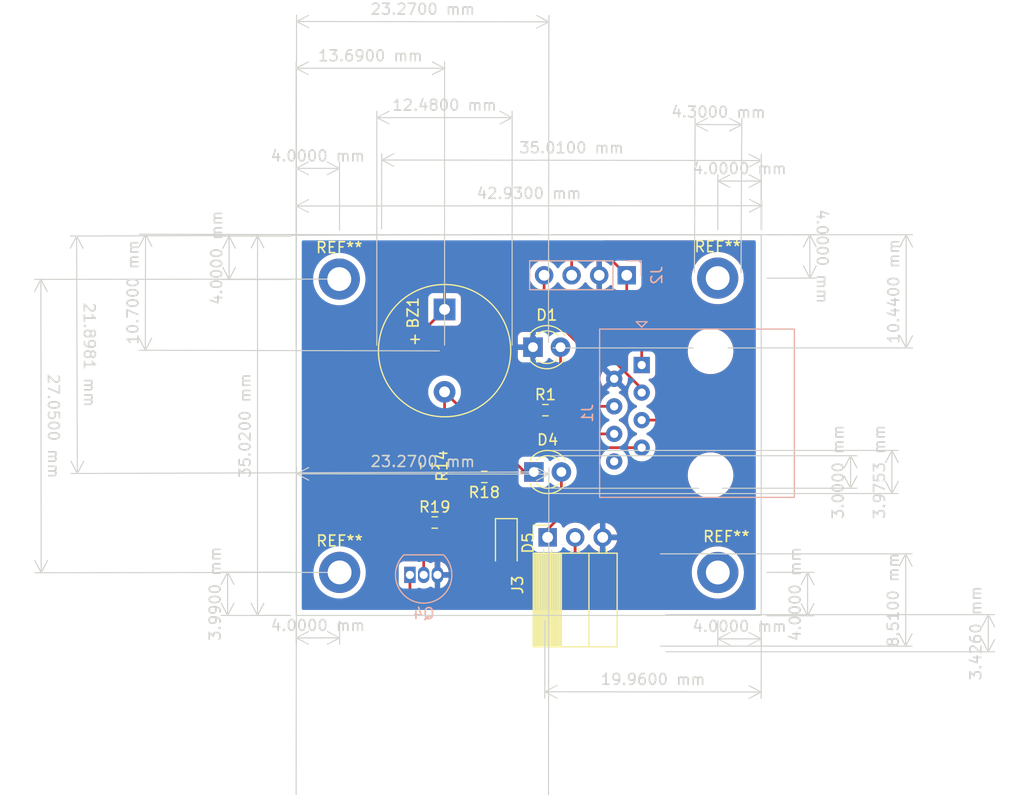
<source format=kicad_pcb>
(kicad_pcb (version 20211014) (generator pcbnew)
  (layers (0 "F.Cu" signal) (31 "B.Cu" signal) (34 "B.Paste" user) (35 "F.Paste" user) (36 "B.SilkS" user "B.Silkscreen") (37 "F.SilkS" user "F.Silkscreen") (38 "B.Mask" user) (39 "F.Mask" user) (44 "Edge.Cuts" user))
  (net 0 "")
  (net 1 "GND")
  (net 2 "+3.3V")
  (net 3 "Net-(BZ1-Pad2)")
  (net 4 "Botones")
  (net 5 "Led_Verde")
  (net 6 "Buzzer")
  (net 8 "Net-(D4-Pad2)")
  (net 9 "Net-(D1-Pad2)")
  (net 10 "SCL")
  (net 11 "SDA")
  (net 12 "Net-(Q4-Pad2)")
  (footprint "Diode_SMD:D_SOD-123" (layer "F.Cu") (at 56.134 63.5 -90)
    (fp_text reference "D5" (at 0 -2 -270) (layer "F.SilkS"))
    (fp_text value "1N4148W")
    (fp_line (start -2.25 -1) (end -2.25 1) (layer "F.SilkS") (width 0.12))
    (fp_line (start -2.25 -1) (end 1.65 -1) (layer "F.SilkS") (width 0.12))
    (fp_line (start -2.25 1) (end 1.65 1) (layer "F.SilkS") (width 0.12))
    (pad "1" smd rect (at -1.65 0 270) (size 0.9 1.2) (layers "F.Cu" "F.Paste" "F.Mask") (net 2 "+3.3V"))
    (pad "2" smd rect (at 1.65 0 270) (size 0.9 1.2) (layers "F.Cu" "F.Paste" "F.Mask") (net 3 "Net-(BZ1-Pad2)"))
  )
  (footprint "Resistor_SMD:R_0603_1608Metric_Pad0.98x0.95mm_HandSolder" (layer "F.Cu") (at 48.768 56.388 -90)
    (fp_text reference "R14" (at 0 -1.43 -270) (layer "F.SilkS"))
    (fp_text value "1.2k")
    (fp_line (start -0.254724 -0.5225) (end 0.254724 -0.5225) (layer "F.SilkS") (width 0.12))
    (fp_line (start -0.254724 0.5225) (end 0.254724 0.5225) (layer "F.SilkS") (width 0.12))
    (pad "1" smd roundrect (at -0.9125 0 270) (size 0.975 0.95) (layers "F.Cu" "F.Paste" "F.Mask") (net 6 "Buzzer"))
    (pad "2" smd roundrect (at 0.9125 0 270) (size 0.975 0.95) (layers "F.Cu" "F.Paste" "F.Mask") (net 12 "Net-(Q4-Pad2)"))
  )
  (footprint "LIB:Buzzer_12x9.5RM7.6" (layer "F.Cu") (at 50.44 41.96 -90)
    (fp_text reference "BZ1" (at 0.31 2.91 90) (layer "F.SilkS"))
    (fp_text value "Buzzer")
    (fp_text user "+" (at 2.76 2.79 90) (layer "F.SilkS"))
    (fp_circle (center 3.8 0) (end 9.9 0) (layer "F.SilkS") (width 0.12) (fill none))
    (pad "1" thru_hole rect locked (at 0 0 270) (size 2 2) (drill 1) (layers *.Cu *.Mask) (net 2 "+3.3V"))
    (pad "2" thru_hole circle locked (at 7.6 0 270) (size 2 2) (drill 1) (layers *.Cu *.Mask) (net 3 "Net-(BZ1-Pad2)"))
  )
  (footprint "Connector_PinSocket_2.54mm:PinSocket_1x03_P2.54mm_Horizontal" (layer "F.Cu") (at 59.944 62.98 90)
    (fp_text reference "J3" (at -4.38 -2.77 90) (layer "F.SilkS"))
    (fp_text value "Conn_01x03_Female")
    (fp_line (start -10.09 -1.33) (end -1.46 -1.33) (layer "F.SilkS") (width 0.12))
    (fp_line (start -10.09 -0.97381) (end -1.46 -0.97381) (layer "F.SilkS") (width 0.12))
    (fp_line (start -1.46 0.36) (end -1.11 0.36) (layer "F.SilkS") (width 0.12))
    (fp_line (start -10.09 -0.147145) (end -1.46 -0.147145) (layer "F.SilkS") (width 0.12))
    (fp_line (start -1.46 2.9) (end -1.05 2.9) (layer "F.SilkS") (width 0.12))
    (fp_line (start -10.09 -1.33) (end -10.09 6.41) (layer "F.SilkS") (width 0.12))
    (fp_line (start -10.09 0.91571) (end -1.46 0.91571) (layer "F.SilkS") (width 0.12))
    (fp_line (start -10.09 -1.091905) (end -1.46 -1.091905) (layer "F.SilkS") (width 0.12))
    (fp_line (start -10.09 -1.21) (end -1.46 -1.21) (layer "F.SilkS") (width 0.12))
    (fp_line (start -1.46 4.72) (end -1.05 4.72) (layer "F.SilkS") (width 0.12))
    (fp_line (start -10.09 6.41) (end -1.46 6.41) (layer "F.SilkS") (width 0.12))
    (fp_line (start -10.09 1.033805) (end -1.46 1.033805) (layer "F.SilkS") (width 0.12))
    (fp_line (start -10.09 -0.26524) (end -1.46 -0.26524) (layer "F.SilkS") (width 0.12))
    (fp_line (start -10.09 3.81) (end -1.46 3.81) (layer "F.SilkS") (width 0.12))
    (fp_line (start -10.09 1.27) (end -1.46 1.27) (layer "F.SilkS") (width 0.12))
    (fp_line (start -1.46 -0.36) (end -1.11 -0.36) (layer "F.SilkS") (width 0.12))
    (fp_line (start -10.09 0.44333) (end -1.46 0.44333) (layer "F.SilkS") (width 0.12))
    (fp_line (start -10.09 0.561425) (end -1.46 0.561425) (layer "F.SilkS") (width 0.12))
    (fp_line (start -10.09 -0.02905) (end -1.46 -0.02905) (layer "F.SilkS") (width 0.12))
    (fp_line (start -10.09 -0.855715) (end -1.46 -0.855715) (layer "F.SilkS") (width 0.12))
    (fp_line (start -10.09 0.089045) (end -1.46 0.089045) (layer "F.SilkS") (width 0.12))
    (fp_line (start -10.09 -0.619525) (end -1.46 -0.619525) (layer "F.SilkS") (width 0.12))
    (fp_line (start -10.09 -0.50143) (end -1.46 -0.50143) (layer "F.SilkS") (width 0.12))
    (fp_line (start -1.46 2.18) (end -1.05 2.18) (layer "F.SilkS") (width 0.12))
    (fp_line (start -10.09 -0.73762) (end -1.46 -0.73762) (layer "F.SilkS") (width 0.12))
    (fp_line (start -1.46 5.44) (end -1.05 5.44) (layer "F.SilkS") (width 0.12))
    (fp_line (start -10.09 0.20714) (end -1.46 0.20714) (layer "F.SilkS") (width 0.12))
    (fp_line (start 1.11 -1.33) (end 1.11 0) (layer "F.SilkS") (width 0.12))
    (fp_line (start -10.09 0.325235) (end -1.46 0.325235) (layer "F.SilkS") (width 0.12))
    (fp_line (start -10.09 -0.383335) (end -1.46 -0.383335) (layer "F.SilkS") (width 0.12))
    (fp_line (start -10.09 0.67952) (end -1.46 0.67952) (layer "F.SilkS") (width 0.12))
    (fp_line (start 0 -1.33) (end 1.11 -1.33) (layer "F.SilkS") (width 0.12))
    (fp_line (start -10.09 0.797615) (end -1.46 0.797615) (layer "F.SilkS") (width 0.12))
    (fp_line (start -1.46 -1.33) (end -1.46 6.41) (layer "F.SilkS") (width 0.12))
    (fp_line (start -10.09 1.1519) (end -1.46 1.1519) (layer "F.SilkS") (width 0.12))
    (pad "1" thru_hole rect (at 0 0 90) (size 1.7 1.7) (drill 1) (layers *.Cu *.Mask) (net 4 "Botones"))
    (pad "2" thru_hole oval (at 0 2.54 90) (size 1.7 1.7) (drill 1) (layers *.Cu *.Mask) (net 2 "+3.3V"))
    (pad "3" thru_hole oval (at 0 5.08 90) (size 1.7 1.7) (drill 1) (layers *.Cu *.Mask) (net 1 "GND"))
  )
  (footprint "Resistor_SMD:R_0603_1608Metric_Pad0.98x0.95mm_HandSolder" (layer "F.Cu") (at 49.5325 61.61)
    (fp_text reference "R19" (at 0 -1.43) (layer "F.SilkS"))
    (fp_text value "100k")
    (fp_line (start -0.254724 0.5225) (end 0.254724 0.5225) (layer "F.SilkS") (width 0.12))
    (fp_line (start -0.254724 -0.5225) (end 0.254724 -0.5225) (layer "F.SilkS") (width 0.12))
    (pad "1" smd roundrect (at -0.9125 0) (size 0.975 0.95) (layers "F.Cu" "F.Paste" "F.Mask") (net 12 "Net-(Q4-Pad2)"))
    (pad "2" smd roundrect (at 0.9125 0) (size 0.975 0.95) (layers "F.Cu" "F.Paste" "F.Mask") (net 1 "GND"))
  )
  (footprint "MountingHole:MountingHole_2.2mm_M2_ISO14580_Pad" (layer "F.Cu") (at 40.76 66.21)
    (fp_text reference "REF**" (at 0 -2.9) (layer "F.SilkS"))
    (fp_text value "MountingHole_2.2mm_M2_ISO14580_Pad")
    (pad "1" thru_hole circle (at 0 0) (size 3.8 3.8) (drill 2.2) (layers *.Cu *.Mask))
  )
  (footprint "Resistor_SMD:R_0603_1608Metric_Pad0.98x0.95mm_HandSolder" (layer "F.Cu") (at 54.102 57.404 180)
    (fp_text reference "R18" (at 0 -1.43) (layer "F.SilkS"))
    (fp_text value "1.8k")
    (fp_line (start -0.254724 -0.5225) (end 0.254724 -0.5225) (layer "F.SilkS") (width 0.12))
    (fp_line (start -0.254724 0.5225) (end 0.254724 0.5225) (layer "F.SilkS") (width 0.12))
    (pad "1" smd roundrect (at -0.9125 0 180) (size 0.975 0.95) (layers "F.Cu" "F.Paste" "F.Mask") (net 8 "Net-(D4-Pad2)"))
    (pad "2" smd roundrect (at 0.9125 0 180) (size 0.975 0.95) (layers "F.Cu" "F.Paste" "F.Mask") (net 2 "+3.3V"))
  )
  (footprint "MountingHole:MountingHole_2.2mm_M2_ISO14580_Pad" (layer "F.Cu") (at 40.73 39.16)
    (fp_text reference "REF**" (at 0 -2.9) (layer "F.SilkS"))
    (fp_text value "MountingHole_2.2mm_M2_ISO14580_Pad")
    (pad "1" thru_hole circle (at 0 0) (size 3.8 3.8) (drill 2.2) (layers *.Cu *.Mask))
  )
  (footprint "Resistor_SMD:R_0603_1608Metric_Pad0.98x0.95mm_HandSolder" (layer "F.Cu") (at 59.7425 51.25)
    (fp_text reference "R1" (at 0 -1.43) (layer "F.SilkS"))
    (fp_text value "R")
    (fp_line (start -0.254724 0.5225) (end 0.254724 0.5225) (layer "F.SilkS") (width 0.12))
    (fp_line (start -0.254724 -0.5225) (end 0.254724 -0.5225) (layer "F.SilkS") (width 0.12))
    (pad "1" smd roundrect (at -0.9125 0) (size 0.975 0.95) (layers "F.Cu" "F.Paste" "F.Mask") (net 5 "Led_Verde"))
    (pad "2" smd roundrect (at 0.9125 0) (size 0.975 0.95) (layers "F.Cu" "F.Paste" "F.Mask") (net 9 "Net-(D1-Pad2)"))
  )
  (footprint "LED_THT:LED_D3.0mm" (layer "F.Cu") (at 58.595 45.44)
    (fp_text reference "D1" (at 1.27 -2.96) (layer "F.SilkS"))
    (fp_text value "LED")
    (fp_line (start -0.29 1.08) (end -0.29 1.236) (layer "F.SilkS") (width 0.12))
    (fp_line (start -0.29 -1.236) (end -0.29 -1.08) (layer "F.SilkS") (width 0.12))
    (fp_arc (start 0.229039 -1.08) (mid 1.270117 -1.5) (end 2.31113 -1.079837) (layer "F.SilkS") (width 0.12))
    (fp_arc (start -0.29 -1.235516) (mid 1.366487 -1.987659) (end 2.942335 -1.078608) (layer "F.SilkS") (width 0.12))
    (fp_arc (start 2.942335 1.078608) (mid 1.366487 1.987659) (end -0.29 1.235516) (layer "F.SilkS") (width 0.12))
    (fp_arc (start 2.31113 1.079837) (mid 1.270117 1.5) (end 0.229039 1.08) (layer "F.SilkS") (width 0.12))
    (pad "1" thru_hole rect (at 0 0) (size 1.8 1.8) (drill 0.9) (layers *.Cu *.Mask) (net 1 "GND"))
    (pad "2" thru_hole circle (at 2.54 0) (size 1.8 1.8) (drill 0.9) (layers *.Cu *.Mask) (net 9 "Net-(D1-Pad2)"))
  )
  (footprint "MountingHole:MountingHole_2.2mm_M2_ISO14580_Pad" (layer "F.Cu") (at 75.63 39.07)
    (fp_text reference "REF**" (at 0 -2.9) (layer "F.SilkS"))
    (fp_text value "MountingHole_2.2mm_M2_ISO14580_Pad")
    (pad "1" thru_hole circle (at 0 0) (size 3.8 3.8) (drill 2.2) (layers *.Cu *.Mask))
  )
  (footprint "LED_THT:LED_D3.0mm" (layer "F.Cu") (at 58.674 56.95)
    (fp_text reference "D4" (at 1.27 -2.96) (layer "F.SilkS"))
    (fp_text value "LED")
    (fp_line (start -0.29 -1.236) (end -0.29 -1.08) (layer "F.SilkS") (width 0.12))
    (fp_line (start -0.29 1.08) (end -0.29 1.236) (layer "F.SilkS") (width 0.12))
    (fp_arc (start 2.942335 1.078608) (mid 1.366487 1.987659) (end -0.29 1.235516) (layer "F.SilkS") (width 0.12))
    (fp_arc (start 2.31113 1.079837) (mid 1.270117 1.5) (end 0.229039 1.08) (layer "F.SilkS") (width 0.12))
    (fp_arc (start 0.229039 -1.08) (mid 1.270117 -1.5) (end 2.31113 -1.079837) (layer "F.SilkS") (width 0.12))
    (fp_arc (start -0.29 -1.235516) (mid 1.366487 -1.987659) (end 2.942335 -1.078608) (layer "F.SilkS") (width 0.12))
    (pad "1" thru_hole rect (at 0 0) (size 1.8 1.8) (drill 0.9) (layers *.Cu *.Mask) (net 3 "Net-(BZ1-Pad2)"))
    (pad "2" thru_hole circle (at 2.54 0) (size 1.8 1.8) (drill 0.9) (layers *.Cu *.Mask) (net 8 "Net-(D4-Pad2)"))
  )
  (footprint "MountingHole:MountingHole_2.2mm_M2_ISO14580_Pad" (layer "F.Cu") (at 75.64 66.22)
    (fp_text reference "REF**" (at 0.79 -3.31) (layer "F.SilkS"))
    (fp_text value "MountingHole_2.2mm_M2_ISO14580_Pad")
    (pad "1" thru_hole circle (at 0 0) (size 3.8 3.8) (drill 2.2) (layers *.Cu *.Mask))
  )
  (footprint "Connector_RJ:RJ45_Amphenol_54602-x08_Horizontal" (layer "B.Cu") (at 68.62 47.0875 -90)
    (fp_text reference "J1" (at 4.445 5 90) (layer "B.SilkS") (effects (justify mirror)))
    (fp_text value "RJ45")
    (fp_line (start -3.315 3.88) (end -3.315 -14.08) (layer "B.SilkS") (width 0.12))
    (fp_line (start 12.205 3.88) (end -3.315 3.88) (layer "B.SilkS") (width 0.12))
    (fp_line (start -3.315 -14.08) (end 12.205 -14.08) (layer "B.SilkS") (width 0.12))
    (fp_line (start -4 -0.5) (end -3.5 0) (layer "B.SilkS") (width 0.12))
    (fp_line (start -4 0.5) (end -4 -0.5) (layer "B.SilkS") (width 0.12))
    (fp_line (start 12.205 3.88) (end 12.205 -14.08) (layer "B.SilkS") (width 0.12))
    (fp_line (start -3.5 0) (end -4 0.5) (layer "B.SilkS") (width 0.12))
    (pad "" np_thru_hole circle (at -1.27 -6.35 270) (size 3.2 3.2) (drill 3.2) (layers *.Cu *.Mask))
    (pad "" np_thru_hole circle (at 10.16 -6.35 270) (size 3.2 3.2) (drill 3.2) (layers *.Cu *.Mask))
    (pad "1" thru_hole rect (at 0 0 270) (size 1.5 1.5) (drill 0.76) (layers *.Cu *.Mask) (net 2 "+3.3V"))
    (pad "2" thru_hole circle (at 1.27 2.54 270) (size 1.5 1.5) (drill 0.76) (layers *.Cu *.Mask) (net 1 "GND"))
    (pad "3" thru_hole circle (at 2.54 0 270) (size 1.5 1.5) (drill 0.76) (layers *.Cu *.Mask) (net 11 "SDA"))
    (pad "4" thru_hole circle (at 3.81 2.54 270) (size 1.5 1.5) (drill 0.76) (layers *.Cu *.Mask) (net 10 "SCL"))
    (pad "5" thru_hole circle (at 5.08 0 270) (size 1.5 1.5) (drill 0.76) (layers *.Cu *.Mask) (net 4 "Botones"))
    (pad "6" thru_hole circle (at 6.35 2.54 270) (size 1.5 1.5) (drill 0.76) (layers *.Cu *.Mask) (net 5 "Led_Verde"))
    (pad "7" thru_hole circle (at 7.62 0 270) (size 1.5 1.5) (drill 0.76) (layers *.Cu *.Mask) (net 6 "Buzzer"))
    (pad "8" thru_hole circle (at 8.89 2.54 270) (size 1.5 1.5) (drill 0.76) (layers *.Cu *.Mask))
  )
  (footprint "Package_TO_SOT_THT:TO-92_Inline" (layer "B.Cu") (at 47.244 66.442)
    (fp_text reference "Q4" (at 1.27 3.56) (layer "B.SilkS") (effects (justify mirror)))
    (fp_text value "BC548")
    (fp_line (start -0.53 -1.85) (end 3.07 -1.85) (layer "B.SilkS") (width 0.12))
    (fp_arc (start 3.108478 -1.838478) (mid 3.672087 0.994977) (end 1.27 2.6) (layer "B.SilkS") (width 0.12))
    (fp_arc (start 1.27 2.6) (mid -1.132087 0.994977) (end -0.568478 -1.838478) (layer "B.SilkS") (width 0.12))
    (pad "1" thru_hole rect (at 0 0) (size 1.05 1.5) (drill 0.75) (layers *.Cu *.Mask) (net 3 "Net-(BZ1-Pad2)"))
    (pad "2" thru_hole oval (at 1.27 0) (size 1.05 1.5) (drill 0.75) (layers *.Cu *.Mask) (net 12 "Net-(Q4-Pad2)"))
    (pad "3" thru_hole oval (at 2.54 0) (size 1.05 1.5) (drill 0.75) (layers *.Cu *.Mask) (net 1 "GND"))
  )
  (footprint "Connector_PinSocket_2.54mm:PinSocket_1x04_P2.54mm_Vertical" (layer "B.Cu") (at 67.24 38.81 90)
    (fp_text reference "J2" (at 0 2.77 90) (layer "B.SilkS") (effects (justify mirror)))
    (fp_text value "Conn_01x04_Female")
    (fp_line (start -1.33 -1.27) (end 1.33 -1.27) (layer "B.SilkS") (width 0.12))
    (fp_line (start 1.33 1.33) (end 1.33 0) (layer "B.SilkS") (width 0.12))
    (fp_line (start 1.33 -1.27) (end 1.33 -8.95) (layer "B.SilkS") (width 0.12))
    (fp_line (start -1.33 -1.27) (end -1.33 -8.95) (layer "B.SilkS") (width 0.12))
    (fp_line (start -1.33 -8.95) (end 1.33 -8.95) (layer "B.SilkS") (width 0.12))
    (fp_line (start 0 1.33) (end 1.33 1.33) (layer "B.SilkS") (width 0.12))
    (pad "1" thru_hole rect (at 0 0 90) (size 1.7 1.7) (drill 1) (layers *.Cu *.Mask) (net 2 "+3.3V"))
    (pad "2" thru_hole oval (at 0 -2.54 90) (size 1.7 1.7) (drill 1) (layers *.Cu *.Mask) (net 1 "GND"))
    (pad "3" thru_hole oval (at 0 -5.08 90) (size 1.7 1.7) (drill 1) (layers *.Cu *.Mask) (net 10 "SCL"))
    (pad "4" thru_hole oval (at 0 -7.62 90) (size 1.7 1.7) (drill 1) (layers *.Cu *.Mask) (net 11 "SDA"))
  )
  (gr_rect (start 36.76 35.08) (end 79.64 70.18) (layer "Edge.Cuts") (width 0.1) (fill none))
  (dimension (type aligned) (layer "Edge.Cuts") (pts (xy 36.76 70.18) (xy 36.76 66.19)) (height -6.33) (gr_text "3,9900 mm" (at 29.28 68.185 90) (layer "Edge.Cuts") (effects (font (size 1 1) (thickness 0.15)))) (format (units 3) (units_format 1) (precision 4)) (style (thickness 0.1) (arrow_length 1.27) (text_position_mode 0) (extension_height 0.58642) (extension_offset 0.5) keep_text_aligned))
  (dimension (type aligned) (layer "Edge.Cuts") (pts (xy 79.64 70.18) (xy 75.64 70.18)) (height -2.16) (gr_text "4,0000 mm" (at 77.64 71.19) (layer "Edge.Cuts") (effects (font (size 1 1) (thickness 0.15)))) (format (units 3) (units_format 1) (precision 4)) (style (thickness 0.1) (arrow_length 1.27) (text_position_mode 0) (extension_height 0.58642) (extension_offset 0.5) keep_text_aligned))
  (dimension (type aligned) (layer "Edge.Cuts") (pts (xy 50.46 45.78) (xy 50.48 35.08)) (height -27.617148) (gr_text "10,7000 mm" (at 21.702902 40.376229 89.89290521) (layer "Edge.Cuts") (effects (font (size 1 1) (thickness 0.15)))) (format (units 3) (units_format 1) (precision 4)) (style (thickness 0.1) (arrow_length 1.27) (text_position_mode 0) (extension_height 0.58642) (extension_offset 0.5) keep_text_aligned))
  (dimension (type aligned) (layer "Edge.Cuts") (pts (xy 79.65 70.21) (xy 59.69 70.18)) (height -7.036755) (gr_text "19,9600 mm" (at 69.661152 76.081748 -0.08611583623) (layer "Edge.Cuts") (effects (font (size 1 1) (thickness 0.15)))) (format (units 3) (units_format 1) (precision 4)) (style (thickness 0.1) (arrow_length 1.27) (text_position_mode 0) (extension_height 0.58642) (extension_offset 0.5) keep_text_aligned))
  (dimension (type aligned) (layer "Edge.Cuts") (pts (xy 59.95 45.51) (xy 59.95 35.07)) (height 33.06) (gr_text "10,4400 mm" (at 91.86 40.29 90) (layer "Edge.Cuts") (effects (font (size 1 1) (thickness 0.15)))) (format (units 3) (units_format 1) (precision 4)) (style (thickness 0.1) (arrow_length 1.27) (text_position_mode 0) (extension_height 0.58642) (extension_offset 0.5) keep_text_aligned))
  (dimension (type aligned) (layer "Edge.Cuts") (pts (xy 70.355 73.53) (xy 70.355 70.104)) (height 30.229) (gr_text "3,4260 mm" (at 99.434 71.817 90) (layer "Edge.Cuts") (effects (font (size 1 1) (thickness 0.15)))) (format (units 3) (units_format 1) (precision 4)) (style (thickness 0.1) (arrow_length 1.27) (text_position_mode 0) (extension_height 0.58642) (extension_offset 0.5) keep_text_aligned))
  (dimension (type aligned) (layer "Edge.Cuts") (pts (xy 36.75 35.2) (xy 36.75 39.2)) (height 6.18) (gr_text "4,0000 mm" (at 29.42 37.2 90) (layer "Edge.Cuts") (effects (font (size 1 1) (thickness 0.15)))) (format (units 3) (units_format 1) (precision 4)) (style (thickness 0.1) (arrow_length 1.27) (text_position_mode 0) (extension_height 0.58642) (extension_offset 0.5) keep_text_aligned))
  (dimension (type aligned) (layer "Edge.Cuts") (pts (xy 40.76 66.21) (xy 40.73 39.16)) (height -27.520525) (gr_text "27,0500 mm" (at 14.374491 52.714247 -89.93645572) (layer "Edge.Cuts") (effects (font (size 1 1) (thickness 0.15)))) (format (units 3) (units_format 1) (precision 4)) (style (thickness 0.1) (arrow_length 1.27) (text_position_mode 0) (extension_height 0.58642) (extension_offset 0.5) keep_text_aligned))
  (dimension (type aligned) (layer "Edge.Cuts") (pts (xy 36.75 35.16) (xy 40.75 35.16)) (height -6.21) (gr_text "4,0000 mm" (at 38.75 27.8) (layer "Edge.Cuts") (effects (font (size 1 1) (thickness 0.15)))) (format (units 3) (units_format 1) (precision 4)) (style (thickness 0.1) (arrow_length 1.27) (text_position_mode 0) (extension_height 0.58642) (extension_offset 0.5) keep_text_aligned))
  (dimension (type aligned) (layer "Edge.Cuts") (pts (xy 77.78 39.07) (xy 73.48 39.05)) (height 14.147102) (gr_text "4,3000 mm" (at 75.701149 23.763063 -0.2664900761) (layer "Edge.Cuts") (effects (font (size 1 1) (thickness 0.15)))) (format (units 3) (units_format 1) (precision 4)) (style (thickness 0.1) (arrow_length 1.27) (text_position_mode 0) (extension_height 0.58642) (extension_offset 0.5) keep_text_aligned))
  (dimension (type aligned) (layer "Edge.Cuts") (pts (xy 36.76 35.16) (xy 79.69 35.13)) (height -2.740034) (gr_text "42,9300 mm" (at 58.222281 31.254967 0.04003897288) (layer "Edge.Cuts") (effects (font (size 1 1) (thickness 0.15)))) (format (units 3) (units_format 1) (precision 4)) (style (thickness 0.1) (arrow_length 1.27) (text_position_mode 0) (extension_height 0.58642) (extension_offset 0.5) keep_text_aligned))
  (dimension (type aligned) (layer "Edge.Cuts") (pts (xy 36.76 35.16) (xy 36.76 70.18)) (height 3.57) (gr_text "35,0200 mm" (at 32.04 52.67 90) (layer "Edge.Cuts") (effects (font (size 1 1) (thickness 0.15)))) (format (units 3) (units_format 1) (precision 4)) (style (thickness 0.1) (arrow_length 1.27) (text_position_mode 0) (extension_height 0.58642) (extension_offset 0.5) keep_text_aligned))
  (dimension (type aligned) (layer "Edge.Cuts") (pts (xy 44.19 45.76) (xy 56.67 45.76)) (height -21.49) (gr_text "12,4800 mm" (at 50.43 23.12) (layer "Edge.Cuts") (effects (font (size 1 1) (thickness 0.15)))) (format (units 3) (units_format 1) (precision 4)) (style (thickness 0.1) (arrow_length 1.27) (text_position_mode 0) (extension_height 0.58642) (extension_offset 0.5) keep_text_aligned))
  (dimension (type aligned) (layer "Edge.Cuts") (pts (xy 69.855 64.5) (xy 69.855 73.01)) (height -23.109) (gr_text "8,5100 mm" (at 91.814 68.755 90) (layer "Edge.Cuts") (effects (font (size 1 1) (thickness 0.15)))) (format (units 3) (units_format 1) (precision 4)) (style (thickness 0.1) (arrow_length 1.27) (text_position_mode 0) (extension_height 0.58642) (extension_offset 0.5) keep_text_aligned))
  (dimension (type aligned) (layer "Edge.Cuts") (pts (xy 59.755117 58.45) (xy 59.755117 55.45)) (height 28.128883) (gr_text "3,0000 mm" (at 86.734 56.95 90) (layer "Edge.Cuts") (effects (font (size 1 1) (thickness 0.15)))) (format (units 3) (units_format 1) (precision 4)) (style (thickness 0.1) (arrow_length 1.27) (text_position_mode 0) (extension_height 0.58642) (extension_offset 0.5) keep_text_aligned))
  (dimension (type aligned) (layer "Edge.Cuts") (pts (xy 79.64 35.08) (xy 44.63 35.03)) (height 6.851521) (gr_text "35,0100 mm" (at 62.146427 27.053487 -0.0818276786) (layer "Edge.Cuts") (effects (font (size 1 1) (thickness 0.15)))) (format (units 3) (units_format 1) (precision 4)) (style (thickness 0.1) (arrow_length 1.27) (text_position_mode 0) (extension_height 0.58642) (extension_offset 0.5) keep_text_aligned))
  (dimension (type aligned) (layer "Edge.Cuts") (pts (xy 79.65 70.21) (xy 79.65 66.21)) (height 4.27) (gr_text "4,0000 mm" (at 82.77 68.21 90) (layer "Edge.Cuts") (effects (font (size 1 1) (thickness 0.15)))) (format (units 3) (units_format 1) (precision 4)) (style (thickness 0.1) (arrow_length 1.27) (text_position_mode 0) (extension_height 0.58642) (extension_offset 0.5) keep_text_aligned))
  (dimension (type aligned) (layer "Edge.Cuts") (pts (xy 59.76 56.95) (xy 59.69 35.052)) (height -43.186274) (gr_text "21,8981 mm" (at 17.688941 46.135374 -89.8168467) (layer "Edge.Cuts") (effects (font (size 1 1) (thickness 0.15)))) (format (units 3) (units_format 1) (precision 4)) (style (thickness 0.1) (arrow_length 1.27) (text_position_mode 0) (extension_height 0.58642) (extension_offset 0.5) keep_text_aligned))
  (dimension (type aligned) (layer "Edge.Cuts") (pts (xy 59.851487 54.962341) (xy 59.851487 58.937659)) (height -31.842513) (gr_text "3,9753 mm" (at 90.544 56.95 90) (layer "Edge.Cuts") (effects (font (size 1 1) (thickness 0.15)))) (format (units 3) (units_format 1) (precision 4)) (style (thickness 0.1) (arrow_length 1.27) (text_position_mode 0) (extension_height 0.58642) (extension_offset 0.5) keep_text_aligned))
  (dimension (type aligned) (layer "Edge.Cuts") (pts (xy 79.64 35.08) (xy 79.65 39.08)) (height -4.48091) (gr_text "4,0000 mm" (at 85.275892 37.065923 270.1432392) (layer "Edge.Cuts") (effects (font (size 1 1) (thickness 0.15)))) (format (units 3) (units_format 1) (precision 4)) (style (thickness 0.1) (arrow_length 1.27) (text_position_mode 0) (extension_height 0.58642) (extension_offset 0.5) keep_text_aligned))
  (dimension (type aligned) (layer "Edge.Cuts") (pts (xy 60.02 87.224732) (xy 36.75 87.194732)) (height 30.074757) (gr_text "23,2700 mm" (at 48.425256 55.985001 -0.07386645608) (layer "Edge.Cuts") (effects (font (size 1 1) (thickness 0.15)))) (format (units 3) (units_format 1) (precision 4)) (style (thickness 0.1) (arrow_length 1.27) (text_position_mode 0) (extension_height 0.58642) (extension_offset 0.5) keep_text_aligned))
  (dimension (type aligned) (layer "Edge.Cuts") (pts (xy 36.76 70.18) (xy 40.76 70.18)) (height 2.07) (gr_text "4,0000 mm" (at 38.76 71.1) (layer "Edge.Cuts") (effects (font (size 1 1) (thickness 0.15)))) (format (units 3) (units_format 1) (precision 4)) (style (thickness 0.1) (arrow_length 1.27) (text_position_mode 0) (extension_height 0.58642) (extension_offset 0.5) keep_text_aligned))
  (dimension (type aligned) (layer "Edge.Cuts") (pts (xy 60.02 45.51) (xy 36.75 45.48)) (height 30.074757) (gr_text "23,2700 mm" (at 48.425256 14.270269 -0.07386645608) (layer "Edge.Cuts") (effects (font (size 1 1) (thickness 0.15)))) (format (units 3) (units_format 1) (precision 4)) (style (thickness 0.1) (arrow_length 1.27) (text_position_mode 0) (extension_height 0.58642) (extension_offset 0.5) keep_text_aligned))
  (dimension (type aligned) (layer "Edge.Cuts") (pts (xy 50.44 45.76) (xy 36.75 45.76)) (height 26.04) (gr_text "13,6900 mm" (at 43.595 18.57) (layer "Edge.Cuts") (effects (font (size 1 1) (thickness 0.15)))) (format (units 3) (units_format 1) (precision 4)) (style (thickness 0.1) (arrow_length 1.27) (text_position_mode 0) (extension_height 0.58642) (extension_offset 0.5) keep_text_aligned))
  (dimension (type aligned) (layer "Edge.Cuts") (pts (xy 79.64 35.08) (xy 75.64 35.08)) (height 4.96) (gr_text "4,0000 mm" (at 77.64 28.97) (layer "Edge.Cuts") (effects (font (size 1 1) (thickness 0.15)))) (format (units 3) (units_format 1) (precision 4)) (style (thickness 0.1) (arrow_length 1.27) (text_position_mode 0) (extension_height 0.58642) (extension_offset 0.5) keep_text_aligned))
  (segment (start 62.484 65.024) (end 62.23 65.278) (width 0.25) (layer "F.Cu") (net 2))
  (segment (start 46.98 45.42) (end 47.216 45.184) (width 0.25) (layer "F.Cu") (net 2))
  (segment (start 67.24 38.81) (end 67.24 44.17) (width 0.25) (layer "F.Cu") (net 2))
  (segment (start 54.53 35.91) (end 64.34 35.91) (width 0.25) (layer "F.Cu") (net 2))
  (segment (start 45.466 67.056) (end 45.466 46.934) (width 0.25) (layer "F.Cu") (net 2))
  (segment (start 62.484 62.98) (end 62.484 66.802) (width 0.25) (layer "F.Cu") (net 2))
  (segment (start 47.216 45.184) (end 50.44 41.96) (width 0.25) (layer "F.Cu") (net 2))
  (segment (start 64.34 35.91) (end 67.24 38.81) (width 0.25) (layer "F.Cu") (net 2))
  (segment (start 62.484 66.802) (end 60.198 69.088) (width 0.25) (layer "F.Cu") (net 2))
  (segment (start 50.44 40) (end 54.53 35.91) (width 0.25) (layer "F.Cu") (net 2))
  (segment (start 62.484 62.98) (end 62.484 65.024) (width 0.25) (layer "F.Cu") (net 2))
  (segment (start 45.466 46.934) (end 47.216 45.184) (width 0.25) (layer "F.Cu") (net 2))
  (segment (start 60.198 69.088) (end 47.498 69.088) (width 0.25) (layer "F.Cu") (net 2))
  (segment (start 46.98 45.42) (end 46.98 45.476) (width 0.25) (layer "F.Cu") (net 2))
  (segment (start 68.62 45.55) (end 68.62 47.0875) (width 0.25) (layer "F.Cu") (net 2))
  (segment (start 62.23 65.278) (end 59.562 65.278) (width 0.25) (layer "F.Cu") (net 2))
  (segment (start 55.754 61.85) (end 53.1895 59.2855) (width 0.25) (layer "F.Cu") (net 2))
  (segment (start 56.134 61.85) (end 55.754 61.85) (width 0.25) (layer "F.Cu") (net 2))
  (segment (start 47.498 69.088) (end 45.466 67.056) (width 0.25) (layer "F.Cu") (net 2))
  (segment (start 67.24 44.17) (end 68.62 45.55) (width 0.25) (layer "F.Cu") (net 2))
  (segment (start 59.562 65.278) (end 56.134 61.85) (width 0.25) (layer "F.Cu") (net 2))
  (segment (start 50.44 41.96) (end 50.44 40) (width 0.25) (layer "F.Cu") (net 2))
  (segment (start 53.1895 59.2855) (end 53.1895 57.404) (width 0.25) (layer "F.Cu") (net 2))
  (segment (start 58.485 56.95) (end 57.54 56.95) (width 0.25) (layer "F.Cu") (net 3))
  (segment (start 56.134 67.564) (end 56.134 65.15) (width 0.25) (layer "F.Cu") (net 3))
  (segment (start 55.372 68.326) (end 56.134 67.564) (width 0.25) (layer "F.Cu") (net 3))
  (segment (start 47.244 66.442) (end 47.244 67.818) (width 0.25) (layer "F.Cu") (net 3))
  (segment (start 50.44 49.56) (end 57.83 56.95) (width 0.25) (layer "F.Cu") (net 3))
  (segment (start 50.44 49.56) (end 50.44 59.456) (width 0.25) (layer "F.Cu") (net 3))
  (segment (start 47.752 68.326) (end 55.372 68.326) (width 0.25) (layer "F.Cu") (net 3))
  (segment (start 57.83 56.95) (end 58.485 56.95) (width 0.25) (layer "F.Cu") (net 3))
  (segment (start 50.44 59.456) (end 56.134 65.15) (width 0.25) (layer "F.Cu") (net 3))
  (segment (start 47.244 67.818) (end 47.752 68.326) (width 0.25) (layer "F.Cu") (net 3))
  (segment (start 68.072 59.69) (end 71.374 56.388) (width 0.25) (layer "F.Cu") (net 4))
  (segment (start 59.944 62.98) (end 59.944 62.23) (width 0.25) (layer "F.Cu") (net 4))
  (segment (start 71.374 56.388) (end 71.374 53.594) (width 0.25) (layer "F.Cu") (net 4))
  (segment (start 71.374 53.594) (end 69.9475 52.1675) (width 0.25) (layer "F.Cu") (net 4))
  (segment (start 69.9475 52.1675) (end 68.62 52.1675) (width 0.25) (layer "F.Cu") (net 4))
  (segment (start 59.944 62.23) (end 62.484 59.69) (width 0.25) (layer "F.Cu") (net 4))
  (segment (start 62.484 59.69) (end 68.072 59.69) (width 0.25) (layer "F.Cu") (net 4))
  (segment (start 66.08 53.4375) (end 61.0175 53.4375) (width 0.25) (layer "F.Cu") (net 5))
  (segment (start 61.0175 53.4375) (end 58.83 51.25) (width 0.25) (layer "F.Cu") (net 5))
  (segment (start 47.71 47.45) (end 48.46 46.7) (width 0.25) (layer "F.Cu") (net 6))
  (segment (start 48.768 53.34) (end 47.71 52.282) (width 0.25) (layer "F.Cu") (net 6))
  (segment (start 47.71 52.282) (end 47.71 47.45) (width 0.25) (layer "F.Cu") (net 6))
  (segment (start 52.12 46.7) (end 60.1275 54.7075) (width 0.25) (layer "F.Cu") (net 6))
  (segment (start 48.46 46.7) (end 52.12 46.7) (width 0.25) (layer "F.Cu") (net 6))
  (segment (start 60.1275 54.7075) (end 68.62 54.7075) (width 0.25) (layer "F.Cu") (net 6))
  (segment (start 48.768 55.4755) (end 48.768 53.34) (width 0.25) (layer "F.Cu") (net 6))
  (segment (start 55.0145 57.404) (end 56.7925 59.182) (width 0.25) (layer "F.Cu") (net 8))
  (segment (start 56.7925 59.182) (end 60.706 59.182) (width 0.25) (layer "F.Cu") (net 8))
  (segment (start 60.706 59.182) (end 61.214 58.674) (width 0.25) (layer "F.Cu") (net 8))
  (segment (start 61.214 58.674) (end 61.214 56.95) (width 0.25) (layer "F.Cu") (net 8))
  (segment (start 61.135 50.77) (end 61.135 45.44) (width 0.25) (layer "F.Cu") (net 9))
  (segment (start 60.655 51.25) (end 61.135 50.77) (width 0.25) (layer "F.Cu") (net 9))
  (segment (start 62.16 37.38) (end 61.47 36.69) (width 0.25) (layer "F.Cu") (net 10))
  (segment (start 63.8 46.15) (end 63.8 50.44) (width 0.25) (layer "F.Cu") (net 10))
  (segment (start 63.8 50.44) (end 64.2575 50.8975) (width 0.25) (layer "F.Cu") (net 10))
  (segment (start 58.78 36.69) (end 57.9 37.57) (width 0.25) (layer "F.Cu") (net 10))
  (segment (start 64.2575 50.8975) (end 66.08 50.8975) (width 0.25) (layer "F.Cu") (net 10))
  (segment (start 57.9 37.57) (end 57.9 40.25) (width 0.25) (layer "F.Cu") (net 10))
  (segment (start 62.16 38.81) (end 62.16 37.38) (width 0.25) (layer "F.Cu") (net 10))
  (segment (start 61.47 36.69) (end 58.78 36.69) (width 0.25) (layer "F.Cu") (net 10))
  (segment (start 57.9 40.25) (end 63.8 46.15) (width 0.25) (layer "F.Cu") (net 10))
  (segment (start 68.62 49.27) (end 68.62 49.6275) (width 0.25) (layer "F.Cu") (net 11))
  (segment (start 59.62 40.27) (end 68.62 49.27) (width 0.25) (layer "F.Cu") (net 11))
  (segment (start 59.62 38.81) (end 59.62 40.27) (width 0.25) (layer "F.Cu") (net 11))
  (segment (start 48.4775 57.57) (end 48.62 57.7125) (width 0.25) (layer "F.Cu") (net 12))
  (segment (start 48.62 57.4485) (end 48.768 57.3005) (width 0.25) (layer "F.Cu") (net 12))
  (segment (start 48.514 61.716) (end 48.514 66.442) (width 0.25) (layer "F.Cu") (net 12))
  (segment (start 48.62 61.61) (end 48.514 61.716) (width 0.25) (layer "F.Cu") (net 12))
  (segment (start 48.62 61.61) (end 48.62 57.4485) (width 0.25) (layer "F.Cu") (net 12))
  (zone (net 1) (net_name "GND") (layers F&B.Cu) (connect_pads (clearance 0.508)) (min_thickness 0.254) (fill yes (thermal_gap 0.508) (thermal_bridge_width 0.508))
    (polygon (pts (xy 36.19 33.89) (xy 81.25 34.05) (xy 81.28 74.422) (xy 35.57 74.55) (xy 35.63 33.77)))
  )
)
</source>
